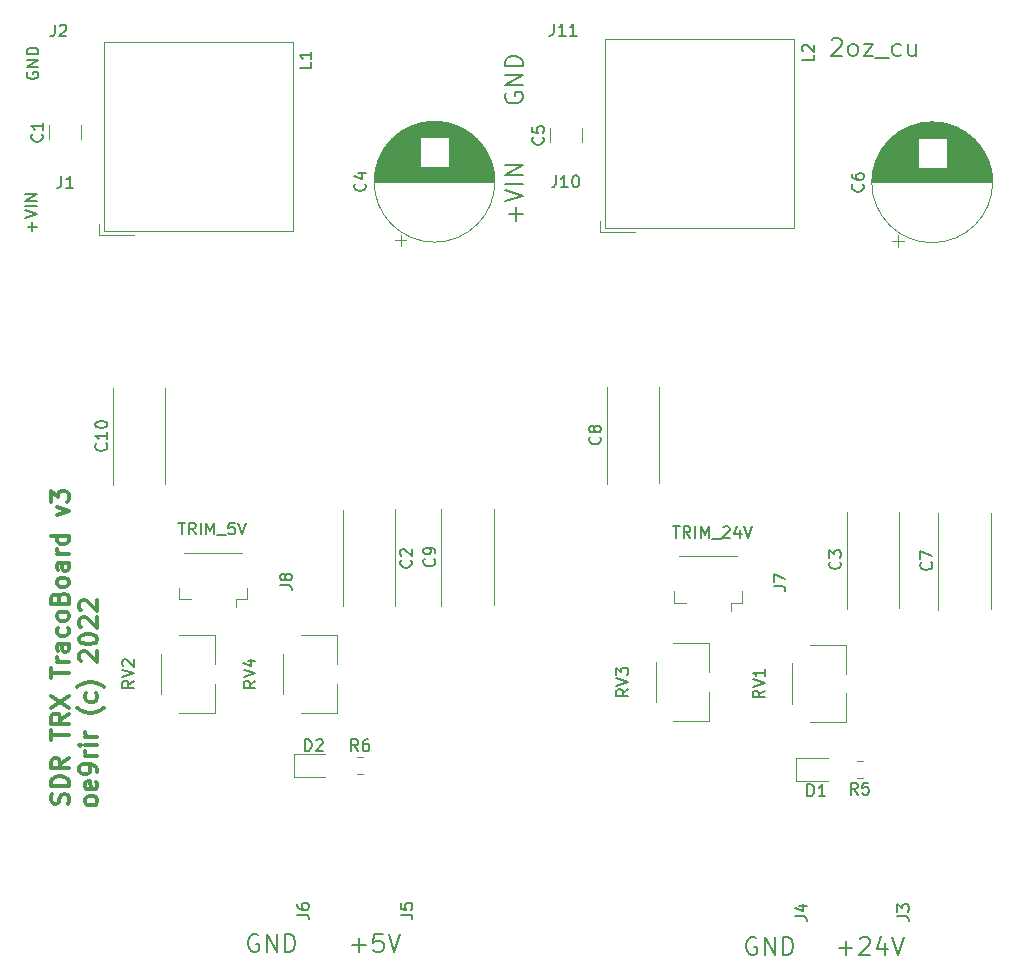
<source format=gto>
G04 #@! TF.GenerationSoftware,KiCad,Pcbnew,5.1.6+dfsg1-1~bpo9+1*
G04 #@! TF.CreationDate,2022-04-04T20:49:37+02:00*
G04 #@! TF.ProjectId,sdrtrx-traco,73647274-7278-42d7-9472-61636f2e6b69,1*
G04 #@! TF.SameCoordinates,Original*
G04 #@! TF.FileFunction,Legend,Top*
G04 #@! TF.FilePolarity,Positive*
%FSLAX46Y46*%
G04 Gerber Fmt 4.6, Leading zero omitted, Abs format (unit mm)*
G04 Created by KiCad (PCBNEW 5.1.6+dfsg1-1~bpo9+1) date 2022-04-04 20:49:37*
%MOMM*%
%LPD*%
G01*
G04 APERTURE LIST*
%ADD10C,0.150000*%
%ADD11C,0.300000*%
%ADD12C,0.120000*%
%ADD13C,2.100000*%
%ADD14R,2.100000X2.100000*%
%ADD15R,2.890000X1.290000*%
%ADD16C,5.180000*%
%ADD17O,2.600000X6.100001*%
%ADD18R,2.600000X6.100000*%
%ADD19O,2.600000X6.100000*%
%ADD20C,6.500000*%
G04 APERTURE END LIST*
D10*
X42144142Y62857357D02*
X42144142Y64000214D01*
X42715571Y63428785D02*
X41572714Y63428785D01*
X41215571Y64500214D02*
X42715571Y65000214D01*
X41215571Y65500214D01*
X42715571Y66000214D02*
X41215571Y66000214D01*
X42715571Y66714500D02*
X41215571Y66714500D01*
X42715571Y67571642D01*
X41215571Y67571642D01*
X41287000Y73660142D02*
X41215571Y73517285D01*
X41215571Y73303000D01*
X41287000Y73088714D01*
X41429857Y72945857D01*
X41572714Y72874428D01*
X41858428Y72803000D01*
X42072714Y72803000D01*
X42358428Y72874428D01*
X42501285Y72945857D01*
X42644142Y73088714D01*
X42715571Y73303000D01*
X42715571Y73445857D01*
X42644142Y73660142D01*
X42572714Y73731571D01*
X42072714Y73731571D01*
X42072714Y73445857D01*
X42715571Y74374428D02*
X41215571Y74374428D01*
X42715571Y75231571D01*
X41215571Y75231571D01*
X42715571Y75945857D02*
X41215571Y75945857D01*
X41215571Y76303000D01*
X41287000Y76517285D01*
X41429857Y76660142D01*
X41572714Y76731571D01*
X41858428Y76803000D01*
X42072714Y76803000D01*
X42358428Y76731571D01*
X42501285Y76660142D01*
X42644142Y76517285D01*
X42715571Y76303000D01*
X42715571Y75945857D01*
X770000Y75438095D02*
X722380Y75342857D01*
X722380Y75200000D01*
X770000Y75057142D01*
X865238Y74961904D01*
X960476Y74914285D01*
X1150952Y74866666D01*
X1293809Y74866666D01*
X1484285Y74914285D01*
X1579523Y74961904D01*
X1674761Y75057142D01*
X1722380Y75200000D01*
X1722380Y75295238D01*
X1674761Y75438095D01*
X1627142Y75485714D01*
X1293809Y75485714D01*
X1293809Y75295238D01*
X1722380Y75914285D02*
X722380Y75914285D01*
X1722380Y76485714D01*
X722380Y76485714D01*
X1722380Y76961904D02*
X722380Y76961904D01*
X722380Y77200000D01*
X770000Y77342857D01*
X865238Y77438095D01*
X960476Y77485714D01*
X1150952Y77533333D01*
X1293809Y77533333D01*
X1484285Y77485714D01*
X1579523Y77438095D01*
X1674761Y77342857D01*
X1722380Y77200000D01*
X1722380Y76961904D01*
X1214428Y61992071D02*
X1214428Y62753976D01*
X1595380Y62373023D02*
X833476Y62373023D01*
X595380Y63087309D02*
X1595380Y63420642D01*
X595380Y63753976D01*
X1595380Y64087309D02*
X595380Y64087309D01*
X1595380Y64563500D02*
X595380Y64563500D01*
X1595380Y65134928D01*
X595380Y65134928D01*
X68871757Y78186671D02*
X68943185Y78258100D01*
X69086042Y78329528D01*
X69443185Y78329528D01*
X69586042Y78258100D01*
X69657471Y78186671D01*
X69728900Y78043814D01*
X69728900Y77900957D01*
X69657471Y77686671D01*
X68800328Y76829528D01*
X69728900Y76829528D01*
X70586042Y76829528D02*
X70443185Y76900957D01*
X70371757Y76972385D01*
X70300328Y77115242D01*
X70300328Y77543814D01*
X70371757Y77686671D01*
X70443185Y77758100D01*
X70586042Y77829528D01*
X70800328Y77829528D01*
X70943185Y77758100D01*
X71014614Y77686671D01*
X71086042Y77543814D01*
X71086042Y77115242D01*
X71014614Y76972385D01*
X70943185Y76900957D01*
X70800328Y76829528D01*
X70586042Y76829528D01*
X71586042Y77829528D02*
X72371757Y77829528D01*
X71586042Y76829528D01*
X72371757Y76829528D01*
X72586042Y76686671D02*
X73728900Y76686671D01*
X74728900Y76900957D02*
X74586042Y76829528D01*
X74300328Y76829528D01*
X74157471Y76900957D01*
X74086042Y76972385D01*
X74014614Y77115242D01*
X74014614Y77543814D01*
X74086042Y77686671D01*
X74157471Y77758100D01*
X74300328Y77829528D01*
X74586042Y77829528D01*
X74728900Y77758100D01*
X76014614Y77829528D02*
X76014614Y76829528D01*
X75371757Y77829528D02*
X75371757Y77043814D01*
X75443185Y76900957D01*
X75586042Y76829528D01*
X75800328Y76829528D01*
X75943185Y76900957D01*
X76014614Y76972385D01*
X55443857Y36996619D02*
X56015285Y36996619D01*
X55729571Y35996619D02*
X55729571Y36996619D01*
X56920047Y35996619D02*
X56586714Y36472809D01*
X56348619Y35996619D02*
X56348619Y36996619D01*
X56729571Y36996619D01*
X56824809Y36949000D01*
X56872428Y36901380D01*
X56920047Y36806142D01*
X56920047Y36663285D01*
X56872428Y36568047D01*
X56824809Y36520428D01*
X56729571Y36472809D01*
X56348619Y36472809D01*
X57348619Y35996619D02*
X57348619Y36996619D01*
X57824809Y35996619D02*
X57824809Y36996619D01*
X58158142Y36282333D01*
X58491476Y36996619D01*
X58491476Y35996619D01*
X58729571Y35901380D02*
X59491476Y35901380D01*
X59681952Y36901380D02*
X59729571Y36949000D01*
X59824809Y36996619D01*
X60062904Y36996619D01*
X60158142Y36949000D01*
X60205761Y36901380D01*
X60253380Y36806142D01*
X60253380Y36710904D01*
X60205761Y36568047D01*
X59634333Y35996619D01*
X60253380Y35996619D01*
X61110523Y36663285D02*
X61110523Y35996619D01*
X60872428Y37044238D02*
X60634333Y36329952D01*
X61253380Y36329952D01*
X61491476Y36996619D02*
X61824809Y35996619D01*
X62158142Y36996619D01*
X13565547Y37314119D02*
X14136976Y37314119D01*
X13851261Y36314119D02*
X13851261Y37314119D01*
X15041738Y36314119D02*
X14708404Y36790309D01*
X14470309Y36314119D02*
X14470309Y37314119D01*
X14851261Y37314119D01*
X14946500Y37266500D01*
X14994119Y37218880D01*
X15041738Y37123642D01*
X15041738Y36980785D01*
X14994119Y36885547D01*
X14946500Y36837928D01*
X14851261Y36790309D01*
X14470309Y36790309D01*
X15470309Y36314119D02*
X15470309Y37314119D01*
X15946500Y36314119D02*
X15946500Y37314119D01*
X16279833Y36599833D01*
X16613166Y37314119D01*
X16613166Y36314119D01*
X16851261Y36218880D02*
X17613166Y36218880D01*
X18327452Y37314119D02*
X17851261Y37314119D01*
X17803642Y36837928D01*
X17851261Y36885547D01*
X17946500Y36933166D01*
X18184595Y36933166D01*
X18279833Y36885547D01*
X18327452Y36837928D01*
X18375071Y36742690D01*
X18375071Y36504595D01*
X18327452Y36409357D01*
X18279833Y36361738D01*
X18184595Y36314119D01*
X17946500Y36314119D01*
X17851261Y36361738D01*
X17803642Y36409357D01*
X18660785Y37314119D02*
X18994119Y36314119D01*
X19327452Y37314119D01*
X69493142Y1289857D02*
X70636000Y1289857D01*
X70064571Y718428D02*
X70064571Y1861285D01*
X71278857Y2075571D02*
X71350285Y2147000D01*
X71493142Y2218428D01*
X71850285Y2218428D01*
X71993142Y2147000D01*
X72064571Y2075571D01*
X72136000Y1932714D01*
X72136000Y1789857D01*
X72064571Y1575571D01*
X71207428Y718428D01*
X72136000Y718428D01*
X73421714Y1718428D02*
X73421714Y718428D01*
X73064571Y2289857D02*
X72707428Y1218428D01*
X73636000Y1218428D01*
X73993142Y2218428D02*
X74493142Y718428D01*
X74993142Y2218428D01*
X62484142Y2147000D02*
X62341285Y2218428D01*
X62127000Y2218428D01*
X61912714Y2147000D01*
X61769857Y2004142D01*
X61698428Y1861285D01*
X61627000Y1575571D01*
X61627000Y1361285D01*
X61698428Y1075571D01*
X61769857Y932714D01*
X61912714Y789857D01*
X62127000Y718428D01*
X62269857Y718428D01*
X62484142Y789857D01*
X62555571Y861285D01*
X62555571Y1361285D01*
X62269857Y1361285D01*
X63198428Y718428D02*
X63198428Y2218428D01*
X64055571Y718428D01*
X64055571Y2218428D01*
X64769857Y718428D02*
X64769857Y2218428D01*
X65127000Y2218428D01*
X65341285Y2147000D01*
X65484142Y2004142D01*
X65555571Y1861285D01*
X65627000Y1575571D01*
X65627000Y1361285D01*
X65555571Y1075571D01*
X65484142Y932714D01*
X65341285Y789857D01*
X65127000Y718428D01*
X64769857Y718428D01*
X20320142Y2401000D02*
X20177285Y2472428D01*
X19963000Y2472428D01*
X19748714Y2401000D01*
X19605857Y2258142D01*
X19534428Y2115285D01*
X19463000Y1829571D01*
X19463000Y1615285D01*
X19534428Y1329571D01*
X19605857Y1186714D01*
X19748714Y1043857D01*
X19963000Y972428D01*
X20105857Y972428D01*
X20320142Y1043857D01*
X20391571Y1115285D01*
X20391571Y1615285D01*
X20105857Y1615285D01*
X21034428Y972428D02*
X21034428Y2472428D01*
X21891571Y972428D01*
X21891571Y2472428D01*
X22605857Y972428D02*
X22605857Y2472428D01*
X22963000Y2472428D01*
X23177285Y2401000D01*
X23320142Y2258142D01*
X23391571Y2115285D01*
X23463000Y1829571D01*
X23463000Y1615285D01*
X23391571Y1329571D01*
X23320142Y1186714D01*
X23177285Y1043857D01*
X22963000Y972428D01*
X22605857Y972428D01*
X28297428Y1543857D02*
X29440285Y1543857D01*
X28868857Y972428D02*
X28868857Y2115285D01*
X30868857Y2472428D02*
X30154571Y2472428D01*
X30083142Y1758142D01*
X30154571Y1829571D01*
X30297428Y1901000D01*
X30654571Y1901000D01*
X30797428Y1829571D01*
X30868857Y1758142D01*
X30940285Y1615285D01*
X30940285Y1258142D01*
X30868857Y1115285D01*
X30797428Y1043857D01*
X30654571Y972428D01*
X30297428Y972428D01*
X30154571Y1043857D01*
X30083142Y1115285D01*
X31368857Y2472428D02*
X31868857Y972428D01*
X32368857Y2472428D01*
D11*
X4213942Y13496199D02*
X4285371Y13710485D01*
X4285371Y14067628D01*
X4213942Y14210485D01*
X4142514Y14281914D01*
X3999657Y14353342D01*
X3856799Y14353342D01*
X3713942Y14281914D01*
X3642514Y14210485D01*
X3571085Y14067628D01*
X3499657Y13781914D01*
X3428228Y13639057D01*
X3356799Y13567628D01*
X3213942Y13496199D01*
X3071085Y13496199D01*
X2928228Y13567628D01*
X2856799Y13639057D01*
X2785371Y13781914D01*
X2785371Y14139057D01*
X2856799Y14353342D01*
X4285371Y14996199D02*
X2785371Y14996199D01*
X2785371Y15353342D01*
X2856799Y15567628D01*
X2999657Y15710485D01*
X3142514Y15781914D01*
X3428228Y15853342D01*
X3642514Y15853342D01*
X3928228Y15781914D01*
X4071085Y15710485D01*
X4213942Y15567628D01*
X4285371Y15353342D01*
X4285371Y14996199D01*
X4285371Y17353342D02*
X3571085Y16853342D01*
X4285371Y16496199D02*
X2785371Y16496199D01*
X2785371Y17067628D01*
X2856799Y17210485D01*
X2928228Y17281914D01*
X3071085Y17353342D01*
X3285371Y17353342D01*
X3428228Y17281914D01*
X3499657Y17210485D01*
X3571085Y17067628D01*
X3571085Y16496199D01*
X2785371Y18924771D02*
X2785371Y19781914D01*
X4285371Y19353342D02*
X2785371Y19353342D01*
X4285371Y21139057D02*
X3571085Y20639057D01*
X4285371Y20281914D02*
X2785371Y20281914D01*
X2785371Y20853342D01*
X2856799Y20996199D01*
X2928228Y21067628D01*
X3071085Y21139057D01*
X3285371Y21139057D01*
X3428228Y21067628D01*
X3499657Y20996199D01*
X3571085Y20853342D01*
X3571085Y20281914D01*
X2785371Y21639057D02*
X4285371Y22639057D01*
X2785371Y22639057D02*
X4285371Y21639057D01*
X2785371Y24139057D02*
X2785371Y24996199D01*
X4285371Y24567628D02*
X2785371Y24567628D01*
X4285371Y25496199D02*
X3285371Y25496199D01*
X3571085Y25496199D02*
X3428228Y25567628D01*
X3356800Y25639057D01*
X3285371Y25781914D01*
X3285371Y25924771D01*
X4285371Y27067628D02*
X3499657Y27067628D01*
X3356800Y26996199D01*
X3285371Y26853342D01*
X3285371Y26567628D01*
X3356800Y26424771D01*
X4213942Y27067628D02*
X4285371Y26924771D01*
X4285371Y26567628D01*
X4213942Y26424771D01*
X4071085Y26353342D01*
X3928228Y26353342D01*
X3785371Y26424771D01*
X3713942Y26567628D01*
X3713942Y26924771D01*
X3642514Y27067628D01*
X4213942Y28424771D02*
X4285371Y28281914D01*
X4285371Y27996199D01*
X4213942Y27853342D01*
X4142514Y27781914D01*
X3999657Y27710485D01*
X3571085Y27710485D01*
X3428228Y27781914D01*
X3356800Y27853342D01*
X3285371Y27996199D01*
X3285371Y28281914D01*
X3356800Y28424771D01*
X4285371Y29281914D02*
X4213942Y29139057D01*
X4142514Y29067628D01*
X3999657Y28996199D01*
X3571085Y28996199D01*
X3428228Y29067628D01*
X3356800Y29139057D01*
X3285371Y29281914D01*
X3285371Y29496199D01*
X3356800Y29639057D01*
X3428228Y29710485D01*
X3571085Y29781914D01*
X3999657Y29781914D01*
X4142514Y29710485D01*
X4213942Y29639057D01*
X4285371Y29496199D01*
X4285371Y29281914D01*
X3499657Y30924771D02*
X3571085Y31139057D01*
X3642514Y31210485D01*
X3785371Y31281914D01*
X3999657Y31281914D01*
X4142514Y31210485D01*
X4213942Y31139057D01*
X4285371Y30996199D01*
X4285371Y30424771D01*
X2785371Y30424771D01*
X2785371Y30924771D01*
X2856800Y31067628D01*
X2928228Y31139057D01*
X3071085Y31210485D01*
X3213942Y31210485D01*
X3356800Y31139057D01*
X3428228Y31067628D01*
X3499657Y30924771D01*
X3499657Y30424771D01*
X4285371Y32139057D02*
X4213942Y31996199D01*
X4142514Y31924771D01*
X3999657Y31853342D01*
X3571085Y31853342D01*
X3428228Y31924771D01*
X3356800Y31996199D01*
X3285371Y32139057D01*
X3285371Y32353342D01*
X3356800Y32496199D01*
X3428228Y32567628D01*
X3571085Y32639057D01*
X3999657Y32639057D01*
X4142514Y32567628D01*
X4213942Y32496199D01*
X4285371Y32353342D01*
X4285371Y32139057D01*
X4285371Y33924771D02*
X3499657Y33924771D01*
X3356800Y33853342D01*
X3285371Y33710485D01*
X3285371Y33424771D01*
X3356800Y33281914D01*
X4213942Y33924771D02*
X4285371Y33781914D01*
X4285371Y33424771D01*
X4213942Y33281914D01*
X4071085Y33210485D01*
X3928228Y33210485D01*
X3785371Y33281914D01*
X3713942Y33424771D01*
X3713942Y33781914D01*
X3642514Y33924771D01*
X4285371Y34639057D02*
X3285371Y34639057D01*
X3571085Y34639057D02*
X3428228Y34710485D01*
X3356800Y34781914D01*
X3285371Y34924771D01*
X3285371Y35067628D01*
X4285371Y36210485D02*
X2785371Y36210485D01*
X4213942Y36210485D02*
X4285371Y36067628D01*
X4285371Y35781914D01*
X4213942Y35639057D01*
X4142514Y35567628D01*
X3999657Y35496200D01*
X3571085Y35496200D01*
X3428228Y35567628D01*
X3356800Y35639057D01*
X3285371Y35781914D01*
X3285371Y36067628D01*
X3356800Y36210485D01*
X3285371Y37924771D02*
X4285371Y38281914D01*
X3285371Y38639057D01*
X2785371Y39067628D02*
X2785371Y39996199D01*
X3356800Y39496199D01*
X3356800Y39710485D01*
X3428228Y39853342D01*
X3499657Y39924771D01*
X3642514Y39996199D01*
X3999657Y39996199D01*
X4142514Y39924771D01*
X4213942Y39853342D01*
X4285371Y39710485D01*
X4285371Y39281914D01*
X4213942Y39139057D01*
X4142514Y39067628D01*
X6698371Y13654342D02*
X6626942Y13511485D01*
X6555514Y13440057D01*
X6412657Y13368628D01*
X5984085Y13368628D01*
X5841228Y13440057D01*
X5769799Y13511485D01*
X5698371Y13654342D01*
X5698371Y13868628D01*
X5769799Y14011485D01*
X5841228Y14082914D01*
X5984085Y14154342D01*
X6412657Y14154342D01*
X6555514Y14082914D01*
X6626942Y14011485D01*
X6698371Y13868628D01*
X6698371Y13654342D01*
X6626942Y15368628D02*
X6698371Y15225771D01*
X6698371Y14940057D01*
X6626942Y14797200D01*
X6484085Y14725771D01*
X5912657Y14725771D01*
X5769800Y14797200D01*
X5698371Y14940057D01*
X5698371Y15225771D01*
X5769800Y15368628D01*
X5912657Y15440057D01*
X6055514Y15440057D01*
X6198371Y14725771D01*
X6698371Y16154342D02*
X6698371Y16440057D01*
X6626942Y16582914D01*
X6555514Y16654342D01*
X6341228Y16797200D01*
X6055514Y16868628D01*
X5484085Y16868628D01*
X5341228Y16797200D01*
X5269800Y16725771D01*
X5198371Y16582914D01*
X5198371Y16297200D01*
X5269800Y16154342D01*
X5341228Y16082914D01*
X5484085Y16011485D01*
X5841228Y16011485D01*
X5984085Y16082914D01*
X6055514Y16154342D01*
X6126942Y16297200D01*
X6126942Y16582914D01*
X6055514Y16725771D01*
X5984085Y16797200D01*
X5841228Y16868628D01*
X6698371Y17511485D02*
X5698371Y17511485D01*
X5984085Y17511485D02*
X5841228Y17582914D01*
X5769800Y17654342D01*
X5698371Y17797200D01*
X5698371Y17940057D01*
X6698371Y18440057D02*
X5698371Y18440057D01*
X5198371Y18440057D02*
X5269800Y18368628D01*
X5341228Y18440057D01*
X5269800Y18511485D01*
X5198371Y18440057D01*
X5341228Y18440057D01*
X6698371Y19154342D02*
X5698371Y19154342D01*
X5984085Y19154342D02*
X5841228Y19225771D01*
X5769800Y19297200D01*
X5698371Y19440057D01*
X5698371Y19582914D01*
X7269800Y21654342D02*
X7198371Y21582914D01*
X6984085Y21440057D01*
X6841228Y21368628D01*
X6626942Y21297200D01*
X6269800Y21225771D01*
X5984085Y21225771D01*
X5626942Y21297200D01*
X5412657Y21368628D01*
X5269800Y21440057D01*
X5055514Y21582914D01*
X4984085Y21654342D01*
X6626942Y22868628D02*
X6698371Y22725771D01*
X6698371Y22440057D01*
X6626942Y22297200D01*
X6555514Y22225771D01*
X6412657Y22154342D01*
X5984085Y22154342D01*
X5841228Y22225771D01*
X5769800Y22297200D01*
X5698371Y22440057D01*
X5698371Y22725771D01*
X5769800Y22868628D01*
X7269800Y23368628D02*
X7198371Y23440057D01*
X6984085Y23582914D01*
X6841228Y23654342D01*
X6626942Y23725771D01*
X6269800Y23797200D01*
X5984085Y23797200D01*
X5626942Y23725771D01*
X5412657Y23654342D01*
X5269800Y23582914D01*
X5055514Y23440057D01*
X4984085Y23368628D01*
X5341228Y25582914D02*
X5269800Y25654342D01*
X5198371Y25797200D01*
X5198371Y26154342D01*
X5269800Y26297200D01*
X5341228Y26368628D01*
X5484085Y26440057D01*
X5626942Y26440057D01*
X5841228Y26368628D01*
X6698371Y25511485D01*
X6698371Y26440057D01*
X5198371Y27368628D02*
X5198371Y27511485D01*
X5269800Y27654342D01*
X5341228Y27725771D01*
X5484085Y27797200D01*
X5769800Y27868628D01*
X6126942Y27868628D01*
X6412657Y27797200D01*
X6555514Y27725771D01*
X6626942Y27654342D01*
X6698371Y27511485D01*
X6698371Y27368628D01*
X6626942Y27225771D01*
X6555514Y27154342D01*
X6412657Y27082914D01*
X6126942Y27011485D01*
X5769800Y27011485D01*
X5484085Y27082914D01*
X5341228Y27154342D01*
X5269800Y27225771D01*
X5198371Y27368628D01*
X5341228Y28440057D02*
X5269800Y28511485D01*
X5198371Y28654342D01*
X5198371Y29011485D01*
X5269800Y29154342D01*
X5341228Y29225771D01*
X5484085Y29297200D01*
X5626942Y29297200D01*
X5841228Y29225771D01*
X6698371Y28368628D01*
X6698371Y29297200D01*
X5341228Y29868628D02*
X5269800Y29940057D01*
X5198371Y30082914D01*
X5198371Y30440057D01*
X5269800Y30582914D01*
X5341228Y30654342D01*
X5484085Y30725771D01*
X5626942Y30725771D01*
X5841228Y30654342D01*
X6698371Y29797200D01*
X6698371Y30725771D01*
D12*
X8051600Y40462200D02*
X8051600Y48717200D01*
X12471600Y40589200D02*
X12471600Y48717200D01*
X35839200Y30213300D02*
X35839200Y38468300D01*
X40259200Y30340300D02*
X40259200Y38468300D01*
X49872700Y40551100D02*
X49872700Y48806100D01*
X54292700Y40678100D02*
X54292700Y48806100D01*
X77914300Y29908500D02*
X77914300Y38163500D01*
X82334300Y30035500D02*
X82334300Y38163500D01*
X70180000Y29972000D02*
X70180000Y38227000D01*
X74600000Y30099000D02*
X74600000Y38227000D01*
X31928000Y38481000D02*
X31928000Y30226000D01*
X27508000Y38354000D02*
X27508000Y30226000D01*
X74018800Y61147354D02*
X75018800Y61147354D01*
X74518800Y60647354D02*
X74518800Y61647354D01*
X76794800Y71208000D02*
X77992800Y71208000D01*
X76531800Y71168000D02*
X78255800Y71168000D01*
X76331800Y71128000D02*
X78455800Y71128000D01*
X76163800Y71088000D02*
X78623800Y71088000D01*
X76015800Y71048000D02*
X78771800Y71048000D01*
X75883800Y71008000D02*
X78903800Y71008000D01*
X75763800Y70968000D02*
X79023800Y70968000D01*
X75651800Y70928000D02*
X79135800Y70928000D01*
X75547800Y70888000D02*
X79239800Y70888000D01*
X75449800Y70848000D02*
X79337800Y70848000D01*
X75356800Y70808000D02*
X79430800Y70808000D01*
X75268800Y70768000D02*
X79518800Y70768000D01*
X75184800Y70728000D02*
X79602800Y70728000D01*
X75104800Y70688000D02*
X79682800Y70688000D01*
X75028800Y70648000D02*
X79758800Y70648000D01*
X74954800Y70608000D02*
X79832800Y70608000D01*
X74883800Y70568000D02*
X79903800Y70568000D01*
X74814800Y70528000D02*
X79972800Y70528000D01*
X74748800Y70488000D02*
X80038800Y70488000D01*
X74684800Y70448000D02*
X80102800Y70448000D01*
X74623800Y70408000D02*
X80163800Y70408000D01*
X74563800Y70368000D02*
X80223800Y70368000D01*
X74504800Y70328000D02*
X80282800Y70328000D01*
X74448800Y70288000D02*
X80338800Y70288000D01*
X74393800Y70248000D02*
X80393800Y70248000D01*
X74339800Y70208000D02*
X80447800Y70208000D01*
X74287800Y70168000D02*
X80499800Y70168000D01*
X74237800Y70128000D02*
X80549800Y70128000D01*
X74187800Y70088000D02*
X80599800Y70088000D01*
X74139800Y70048000D02*
X80647800Y70048000D01*
X74092800Y70008000D02*
X80694800Y70008000D01*
X74046800Y69968000D02*
X80740800Y69968000D01*
X74001800Y69928000D02*
X80785800Y69928000D01*
X73957800Y69888000D02*
X80829800Y69888000D01*
X78634800Y69848000D02*
X80871800Y69848000D01*
X73915800Y69848000D02*
X76152800Y69848000D01*
X78634800Y69808000D02*
X80913800Y69808000D01*
X73873800Y69808000D02*
X76152800Y69808000D01*
X78634800Y69768000D02*
X80954800Y69768000D01*
X73832800Y69768000D02*
X76152800Y69768000D01*
X78634800Y69728000D02*
X80994800Y69728000D01*
X73792800Y69728000D02*
X76152800Y69728000D01*
X78634800Y69688000D02*
X81033800Y69688000D01*
X73753800Y69688000D02*
X76152800Y69688000D01*
X78634800Y69648000D02*
X81072800Y69648000D01*
X73714800Y69648000D02*
X76152800Y69648000D01*
X78634800Y69608000D02*
X81109800Y69608000D01*
X73677800Y69608000D02*
X76152800Y69608000D01*
X78634800Y69568000D02*
X81146800Y69568000D01*
X73640800Y69568000D02*
X76152800Y69568000D01*
X78634800Y69528000D02*
X81182800Y69528000D01*
X73604800Y69528000D02*
X76152800Y69528000D01*
X78634800Y69488000D02*
X81217800Y69488000D01*
X73569800Y69488000D02*
X76152800Y69488000D01*
X78634800Y69448000D02*
X81251800Y69448000D01*
X73535800Y69448000D02*
X76152800Y69448000D01*
X78634800Y69408000D02*
X81285800Y69408000D01*
X73501800Y69408000D02*
X76152800Y69408000D01*
X78634800Y69368000D02*
X81318800Y69368000D01*
X73468800Y69368000D02*
X76152800Y69368000D01*
X78634800Y69328000D02*
X81350800Y69328000D01*
X73436800Y69328000D02*
X76152800Y69328000D01*
X78634800Y69288000D02*
X81382800Y69288000D01*
X73404800Y69288000D02*
X76152800Y69288000D01*
X78634800Y69248000D02*
X81413800Y69248000D01*
X73373800Y69248000D02*
X76152800Y69248000D01*
X78634800Y69208000D02*
X81443800Y69208000D01*
X73343800Y69208000D02*
X76152800Y69208000D01*
X78634800Y69168000D02*
X81473800Y69168000D01*
X73313800Y69168000D02*
X76152800Y69168000D01*
X78634800Y69128000D02*
X81503800Y69128000D01*
X73283800Y69128000D02*
X76152800Y69128000D01*
X78634800Y69088000D02*
X81531800Y69088000D01*
X73255800Y69088000D02*
X76152800Y69088000D01*
X78634800Y69048000D02*
X81559800Y69048000D01*
X73227800Y69048000D02*
X76152800Y69048000D01*
X78634800Y69008000D02*
X81587800Y69008000D01*
X73199800Y69008000D02*
X76152800Y69008000D01*
X78634800Y68968000D02*
X81614800Y68968000D01*
X73172800Y68968000D02*
X76152800Y68968000D01*
X78634800Y68928000D02*
X81640800Y68928000D01*
X73146800Y68928000D02*
X76152800Y68928000D01*
X78634800Y68888000D02*
X81666800Y68888000D01*
X73120800Y68888000D02*
X76152800Y68888000D01*
X78634800Y68848000D02*
X81691800Y68848000D01*
X73095800Y68848000D02*
X76152800Y68848000D01*
X78634800Y68808000D02*
X81716800Y68808000D01*
X73070800Y68808000D02*
X76152800Y68808000D01*
X78634800Y68768000D02*
X81740800Y68768000D01*
X73046800Y68768000D02*
X76152800Y68768000D01*
X78634800Y68728000D02*
X81764800Y68728000D01*
X73022800Y68728000D02*
X76152800Y68728000D01*
X78634800Y68688000D02*
X81788800Y68688000D01*
X72998800Y68688000D02*
X76152800Y68688000D01*
X78634800Y68648000D02*
X81810800Y68648000D01*
X72976800Y68648000D02*
X76152800Y68648000D01*
X78634800Y68608000D02*
X81833800Y68608000D01*
X72953800Y68608000D02*
X76152800Y68608000D01*
X78634800Y68568000D02*
X81855800Y68568000D01*
X72931800Y68568000D02*
X76152800Y68568000D01*
X78634800Y68528000D02*
X81876800Y68528000D01*
X72910800Y68528000D02*
X76152800Y68528000D01*
X78634800Y68488000D02*
X81897800Y68488000D01*
X72889800Y68488000D02*
X76152800Y68488000D01*
X78634800Y68448000D02*
X81918800Y68448000D01*
X72868800Y68448000D02*
X76152800Y68448000D01*
X78634800Y68408000D02*
X81938800Y68408000D01*
X72848800Y68408000D02*
X76152800Y68408000D01*
X78634800Y68368000D02*
X81957800Y68368000D01*
X72829800Y68368000D02*
X76152800Y68368000D01*
X78634800Y68328000D02*
X81977800Y68328000D01*
X72809800Y68328000D02*
X76152800Y68328000D01*
X78634800Y68288000D02*
X81996800Y68288000D01*
X72790800Y68288000D02*
X76152800Y68288000D01*
X78634800Y68248000D02*
X82014800Y68248000D01*
X72772800Y68248000D02*
X76152800Y68248000D01*
X78634800Y68208000D02*
X82032800Y68208000D01*
X72754800Y68208000D02*
X76152800Y68208000D01*
X78634800Y68168000D02*
X82050800Y68168000D01*
X72736800Y68168000D02*
X76152800Y68168000D01*
X78634800Y68128000D02*
X82067800Y68128000D01*
X72719800Y68128000D02*
X76152800Y68128000D01*
X78634800Y68088000D02*
X82083800Y68088000D01*
X72703800Y68088000D02*
X76152800Y68088000D01*
X78634800Y68048000D02*
X82100800Y68048000D01*
X72686800Y68048000D02*
X76152800Y68048000D01*
X78634800Y68008000D02*
X82116800Y68008000D01*
X72670800Y68008000D02*
X76152800Y68008000D01*
X78634800Y67968000D02*
X82131800Y67968000D01*
X72655800Y67968000D02*
X76152800Y67968000D01*
X78634800Y67928000D02*
X82147800Y67928000D01*
X72639800Y67928000D02*
X76152800Y67928000D01*
X78634800Y67888000D02*
X82161800Y67888000D01*
X72625800Y67888000D02*
X76152800Y67888000D01*
X78634800Y67848000D02*
X82176800Y67848000D01*
X72610800Y67848000D02*
X76152800Y67848000D01*
X78634800Y67808000D02*
X82190800Y67808000D01*
X72596800Y67808000D02*
X76152800Y67808000D01*
X78634800Y67768000D02*
X82204800Y67768000D01*
X72582800Y67768000D02*
X76152800Y67768000D01*
X78634800Y67728000D02*
X82217800Y67728000D01*
X72569800Y67728000D02*
X76152800Y67728000D01*
X78634800Y67688000D02*
X82230800Y67688000D01*
X72556800Y67688000D02*
X76152800Y67688000D01*
X78634800Y67648000D02*
X82243800Y67648000D01*
X72543800Y67648000D02*
X76152800Y67648000D01*
X78634800Y67608000D02*
X82255800Y67608000D01*
X72531800Y67608000D02*
X76152800Y67608000D01*
X78634800Y67568000D02*
X82267800Y67568000D01*
X72519800Y67568000D02*
X76152800Y67568000D01*
X78634800Y67528000D02*
X82278800Y67528000D01*
X72508800Y67528000D02*
X76152800Y67528000D01*
X78634800Y67488000D02*
X82290800Y67488000D01*
X72496800Y67488000D02*
X76152800Y67488000D01*
X78634800Y67448000D02*
X82300800Y67448000D01*
X72486800Y67448000D02*
X76152800Y67448000D01*
X78634800Y67408000D02*
X82311800Y67408000D01*
X72475800Y67408000D02*
X76152800Y67408000D01*
X72465800Y67368000D02*
X82321800Y67368000D01*
X72455800Y67328000D02*
X82331800Y67328000D01*
X72446800Y67288000D02*
X82340800Y67288000D01*
X72437800Y67248000D02*
X82349800Y67248000D01*
X72428800Y67208000D02*
X82358800Y67208000D01*
X72419800Y67168000D02*
X82367800Y67168000D01*
X72411800Y67128000D02*
X82375800Y67128000D01*
X72403800Y67088000D02*
X82383800Y67088000D01*
X72396800Y67048000D02*
X82390800Y67048000D01*
X72389800Y67008000D02*
X82397800Y67008000D01*
X72382800Y66968000D02*
X82404800Y66968000D01*
X72375800Y66928000D02*
X82411800Y66928000D01*
X72369800Y66888000D02*
X82417800Y66888000D01*
X72363800Y66848000D02*
X82423800Y66848000D01*
X72358800Y66807000D02*
X82428800Y66807000D01*
X72353800Y66767000D02*
X82433800Y66767000D01*
X72348800Y66727000D02*
X82438800Y66727000D01*
X72343800Y66687000D02*
X82443800Y66687000D01*
X72339800Y66647000D02*
X82447800Y66647000D01*
X72335800Y66607000D02*
X82451800Y66607000D01*
X72331800Y66567000D02*
X82455800Y66567000D01*
X72328800Y66527000D02*
X82458800Y66527000D01*
X72325800Y66487000D02*
X82461800Y66487000D01*
X72323800Y66447000D02*
X82463800Y66447000D01*
X72320800Y66407000D02*
X82466800Y66407000D01*
X72318800Y66367000D02*
X82468800Y66367000D01*
X72316800Y66327000D02*
X82470800Y66327000D01*
X72315800Y66287000D02*
X82471800Y66287000D01*
X72314800Y66247000D02*
X82472800Y66247000D01*
X72313800Y66207000D02*
X82473800Y66207000D01*
X72313800Y66167000D02*
X82473800Y66167000D01*
X72313800Y66127000D02*
X82473800Y66127000D01*
X82513800Y66127000D02*
G75*
G03*
X82513800Y66127000I-5120000J0D01*
G01*
X31880200Y61198154D02*
X32880200Y61198154D01*
X32380200Y60698154D02*
X32380200Y61698154D01*
X34656200Y71258800D02*
X35854200Y71258800D01*
X34393200Y71218800D02*
X36117200Y71218800D01*
X34193200Y71178800D02*
X36317200Y71178800D01*
X34025200Y71138800D02*
X36485200Y71138800D01*
X33877200Y71098800D02*
X36633200Y71098800D01*
X33745200Y71058800D02*
X36765200Y71058800D01*
X33625200Y71018800D02*
X36885200Y71018800D01*
X33513200Y70978800D02*
X36997200Y70978800D01*
X33409200Y70938800D02*
X37101200Y70938800D01*
X33311200Y70898800D02*
X37199200Y70898800D01*
X33218200Y70858800D02*
X37292200Y70858800D01*
X33130200Y70818800D02*
X37380200Y70818800D01*
X33046200Y70778800D02*
X37464200Y70778800D01*
X32966200Y70738800D02*
X37544200Y70738800D01*
X32890200Y70698800D02*
X37620200Y70698800D01*
X32816200Y70658800D02*
X37694200Y70658800D01*
X32745200Y70618800D02*
X37765200Y70618800D01*
X32676200Y70578800D02*
X37834200Y70578800D01*
X32610200Y70538800D02*
X37900200Y70538800D01*
X32546200Y70498800D02*
X37964200Y70498800D01*
X32485200Y70458800D02*
X38025200Y70458800D01*
X32425200Y70418800D02*
X38085200Y70418800D01*
X32366200Y70378800D02*
X38144200Y70378800D01*
X32310200Y70338800D02*
X38200200Y70338800D01*
X32255200Y70298800D02*
X38255200Y70298800D01*
X32201200Y70258800D02*
X38309200Y70258800D01*
X32149200Y70218800D02*
X38361200Y70218800D01*
X32099200Y70178800D02*
X38411200Y70178800D01*
X32049200Y70138800D02*
X38461200Y70138800D01*
X32001200Y70098800D02*
X38509200Y70098800D01*
X31954200Y70058800D02*
X38556200Y70058800D01*
X31908200Y70018800D02*
X38602200Y70018800D01*
X31863200Y69978800D02*
X38647200Y69978800D01*
X31819200Y69938800D02*
X38691200Y69938800D01*
X36496200Y69898800D02*
X38733200Y69898800D01*
X31777200Y69898800D02*
X34014200Y69898800D01*
X36496200Y69858800D02*
X38775200Y69858800D01*
X31735200Y69858800D02*
X34014200Y69858800D01*
X36496200Y69818800D02*
X38816200Y69818800D01*
X31694200Y69818800D02*
X34014200Y69818800D01*
X36496200Y69778800D02*
X38856200Y69778800D01*
X31654200Y69778800D02*
X34014200Y69778800D01*
X36496200Y69738800D02*
X38895200Y69738800D01*
X31615200Y69738800D02*
X34014200Y69738800D01*
X36496200Y69698800D02*
X38934200Y69698800D01*
X31576200Y69698800D02*
X34014200Y69698800D01*
X36496200Y69658800D02*
X38971200Y69658800D01*
X31539200Y69658800D02*
X34014200Y69658800D01*
X36496200Y69618800D02*
X39008200Y69618800D01*
X31502200Y69618800D02*
X34014200Y69618800D01*
X36496200Y69578800D02*
X39044200Y69578800D01*
X31466200Y69578800D02*
X34014200Y69578800D01*
X36496200Y69538800D02*
X39079200Y69538800D01*
X31431200Y69538800D02*
X34014200Y69538800D01*
X36496200Y69498800D02*
X39113200Y69498800D01*
X31397200Y69498800D02*
X34014200Y69498800D01*
X36496200Y69458800D02*
X39147200Y69458800D01*
X31363200Y69458800D02*
X34014200Y69458800D01*
X36496200Y69418800D02*
X39180200Y69418800D01*
X31330200Y69418800D02*
X34014200Y69418800D01*
X36496200Y69378800D02*
X39212200Y69378800D01*
X31298200Y69378800D02*
X34014200Y69378800D01*
X36496200Y69338800D02*
X39244200Y69338800D01*
X31266200Y69338800D02*
X34014200Y69338800D01*
X36496200Y69298800D02*
X39275200Y69298800D01*
X31235200Y69298800D02*
X34014200Y69298800D01*
X36496200Y69258800D02*
X39305200Y69258800D01*
X31205200Y69258800D02*
X34014200Y69258800D01*
X36496200Y69218800D02*
X39335200Y69218800D01*
X31175200Y69218800D02*
X34014200Y69218800D01*
X36496200Y69178800D02*
X39365200Y69178800D01*
X31145200Y69178800D02*
X34014200Y69178800D01*
X36496200Y69138800D02*
X39393200Y69138800D01*
X31117200Y69138800D02*
X34014200Y69138800D01*
X36496200Y69098800D02*
X39421200Y69098800D01*
X31089200Y69098800D02*
X34014200Y69098800D01*
X36496200Y69058800D02*
X39449200Y69058800D01*
X31061200Y69058800D02*
X34014200Y69058800D01*
X36496200Y69018800D02*
X39476200Y69018800D01*
X31034200Y69018800D02*
X34014200Y69018800D01*
X36496200Y68978800D02*
X39502200Y68978800D01*
X31008200Y68978800D02*
X34014200Y68978800D01*
X36496200Y68938800D02*
X39528200Y68938800D01*
X30982200Y68938800D02*
X34014200Y68938800D01*
X36496200Y68898800D02*
X39553200Y68898800D01*
X30957200Y68898800D02*
X34014200Y68898800D01*
X36496200Y68858800D02*
X39578200Y68858800D01*
X30932200Y68858800D02*
X34014200Y68858800D01*
X36496200Y68818800D02*
X39602200Y68818800D01*
X30908200Y68818800D02*
X34014200Y68818800D01*
X36496200Y68778800D02*
X39626200Y68778800D01*
X30884200Y68778800D02*
X34014200Y68778800D01*
X36496200Y68738800D02*
X39650200Y68738800D01*
X30860200Y68738800D02*
X34014200Y68738800D01*
X36496200Y68698800D02*
X39672200Y68698800D01*
X30838200Y68698800D02*
X34014200Y68698800D01*
X36496200Y68658800D02*
X39695200Y68658800D01*
X30815200Y68658800D02*
X34014200Y68658800D01*
X36496200Y68618800D02*
X39717200Y68618800D01*
X30793200Y68618800D02*
X34014200Y68618800D01*
X36496200Y68578800D02*
X39738200Y68578800D01*
X30772200Y68578800D02*
X34014200Y68578800D01*
X36496200Y68538800D02*
X39759200Y68538800D01*
X30751200Y68538800D02*
X34014200Y68538800D01*
X36496200Y68498800D02*
X39780200Y68498800D01*
X30730200Y68498800D02*
X34014200Y68498800D01*
X36496200Y68458800D02*
X39800200Y68458800D01*
X30710200Y68458800D02*
X34014200Y68458800D01*
X36496200Y68418800D02*
X39819200Y68418800D01*
X30691200Y68418800D02*
X34014200Y68418800D01*
X36496200Y68378800D02*
X39839200Y68378800D01*
X30671200Y68378800D02*
X34014200Y68378800D01*
X36496200Y68338800D02*
X39858200Y68338800D01*
X30652200Y68338800D02*
X34014200Y68338800D01*
X36496200Y68298800D02*
X39876200Y68298800D01*
X30634200Y68298800D02*
X34014200Y68298800D01*
X36496200Y68258800D02*
X39894200Y68258800D01*
X30616200Y68258800D02*
X34014200Y68258800D01*
X36496200Y68218800D02*
X39912200Y68218800D01*
X30598200Y68218800D02*
X34014200Y68218800D01*
X36496200Y68178800D02*
X39929200Y68178800D01*
X30581200Y68178800D02*
X34014200Y68178800D01*
X36496200Y68138800D02*
X39945200Y68138800D01*
X30565200Y68138800D02*
X34014200Y68138800D01*
X36496200Y68098800D02*
X39962200Y68098800D01*
X30548200Y68098800D02*
X34014200Y68098800D01*
X36496200Y68058800D02*
X39978200Y68058800D01*
X30532200Y68058800D02*
X34014200Y68058800D01*
X36496200Y68018800D02*
X39993200Y68018800D01*
X30517200Y68018800D02*
X34014200Y68018800D01*
X36496200Y67978800D02*
X40009200Y67978800D01*
X30501200Y67978800D02*
X34014200Y67978800D01*
X36496200Y67938800D02*
X40023200Y67938800D01*
X30487200Y67938800D02*
X34014200Y67938800D01*
X36496200Y67898800D02*
X40038200Y67898800D01*
X30472200Y67898800D02*
X34014200Y67898800D01*
X36496200Y67858800D02*
X40052200Y67858800D01*
X30458200Y67858800D02*
X34014200Y67858800D01*
X36496200Y67818800D02*
X40066200Y67818800D01*
X30444200Y67818800D02*
X34014200Y67818800D01*
X36496200Y67778800D02*
X40079200Y67778800D01*
X30431200Y67778800D02*
X34014200Y67778800D01*
X36496200Y67738800D02*
X40092200Y67738800D01*
X30418200Y67738800D02*
X34014200Y67738800D01*
X36496200Y67698800D02*
X40105200Y67698800D01*
X30405200Y67698800D02*
X34014200Y67698800D01*
X36496200Y67658800D02*
X40117200Y67658800D01*
X30393200Y67658800D02*
X34014200Y67658800D01*
X36496200Y67618800D02*
X40129200Y67618800D01*
X30381200Y67618800D02*
X34014200Y67618800D01*
X36496200Y67578800D02*
X40140200Y67578800D01*
X30370200Y67578800D02*
X34014200Y67578800D01*
X36496200Y67538800D02*
X40152200Y67538800D01*
X30358200Y67538800D02*
X34014200Y67538800D01*
X36496200Y67498800D02*
X40162200Y67498800D01*
X30348200Y67498800D02*
X34014200Y67498800D01*
X36496200Y67458800D02*
X40173200Y67458800D01*
X30337200Y67458800D02*
X34014200Y67458800D01*
X30327200Y67418800D02*
X40183200Y67418800D01*
X30317200Y67378800D02*
X40193200Y67378800D01*
X30308200Y67338800D02*
X40202200Y67338800D01*
X30299200Y67298800D02*
X40211200Y67298800D01*
X30290200Y67258800D02*
X40220200Y67258800D01*
X30281200Y67218800D02*
X40229200Y67218800D01*
X30273200Y67178800D02*
X40237200Y67178800D01*
X30265200Y67138800D02*
X40245200Y67138800D01*
X30258200Y67098800D02*
X40252200Y67098800D01*
X30251200Y67058800D02*
X40259200Y67058800D01*
X30244200Y67018800D02*
X40266200Y67018800D01*
X30237200Y66978800D02*
X40273200Y66978800D01*
X30231200Y66938800D02*
X40279200Y66938800D01*
X30225200Y66898800D02*
X40285200Y66898800D01*
X30220200Y66857800D02*
X40290200Y66857800D01*
X30215200Y66817800D02*
X40295200Y66817800D01*
X30210200Y66777800D02*
X40300200Y66777800D01*
X30205200Y66737800D02*
X40305200Y66737800D01*
X30201200Y66697800D02*
X40309200Y66697800D01*
X30197200Y66657800D02*
X40313200Y66657800D01*
X30193200Y66617800D02*
X40317200Y66617800D01*
X30190200Y66577800D02*
X40320200Y66577800D01*
X30187200Y66537800D02*
X40323200Y66537800D01*
X30185200Y66497800D02*
X40325200Y66497800D01*
X30182200Y66457800D02*
X40328200Y66457800D01*
X30180200Y66417800D02*
X40330200Y66417800D01*
X30178200Y66377800D02*
X40332200Y66377800D01*
X30177200Y66337800D02*
X40333200Y66337800D01*
X30176200Y66297800D02*
X40334200Y66297800D01*
X30175200Y66257800D02*
X40335200Y66257800D01*
X30175200Y66217800D02*
X40335200Y66217800D01*
X30175200Y66177800D02*
X40335200Y66177800D01*
X40375200Y66177800D02*
G75*
G03*
X40375200Y66177800I-5120000J0D01*
G01*
X47715000Y69501936D02*
X47715000Y70706064D01*
X44995000Y69501936D02*
X44995000Y70706064D01*
X5297000Y69755936D02*
X5297000Y70960064D01*
X2577000Y69755936D02*
X2577000Y70960064D01*
X61280000Y31490000D02*
X61280000Y30540000D01*
X61280000Y30540000D02*
X60330000Y30540000D01*
X60330000Y30540000D02*
X60330000Y29850000D01*
X55560000Y31490000D02*
X55560000Y30540000D01*
X55560000Y30540000D02*
X56510000Y30540000D01*
X60910000Y34460000D02*
X55930000Y34460000D01*
X23922500Y27806000D02*
X26976500Y27806000D01*
X23922500Y21216000D02*
X26976500Y21216000D01*
X26976500Y25346000D02*
X26976500Y27806000D01*
X26976500Y21216000D02*
X26976500Y23676000D01*
X22416500Y22806000D02*
X22416500Y26216000D01*
X55482000Y27107500D02*
X58536000Y27107500D01*
X55482000Y20517500D02*
X58536000Y20517500D01*
X58536000Y24647500D02*
X58536000Y27107500D01*
X58536000Y20517500D02*
X58536000Y22977500D01*
X53976000Y22107500D02*
X53976000Y25517500D01*
X13635500Y27806000D02*
X16689500Y27806000D01*
X13635500Y21216000D02*
X16689500Y21216000D01*
X16689500Y25346000D02*
X16689500Y27806000D01*
X16689500Y21216000D02*
X16689500Y23676000D01*
X12129500Y22806000D02*
X12129500Y26216000D01*
X29214578Y16054000D02*
X28697422Y16054000D01*
X29214578Y17474000D02*
X28697422Y17474000D01*
X71505578Y15673000D02*
X70988422Y15673000D01*
X71505578Y17093000D02*
X70988422Y17093000D01*
X26019000Y17724000D02*
X23334000Y17724000D01*
X23334000Y17724000D02*
X23334000Y15804000D01*
X23334000Y15804000D02*
X26019000Y15804000D01*
X68564000Y17343000D02*
X65879000Y17343000D01*
X65879000Y17343000D02*
X65879000Y15423000D01*
X65879000Y15423000D02*
X68564000Y15423000D01*
X49261000Y61881000D02*
X52261000Y61881000D01*
X49261000Y61881000D02*
X49261000Y62881000D01*
X65705000Y62248000D02*
X49705000Y62248000D01*
X65705000Y78248000D02*
X65705000Y62248000D01*
X49705000Y78248000D02*
X65705000Y78248000D01*
X49705000Y62248000D02*
X49705000Y78248000D01*
X65533000Y21980500D02*
X65533000Y25390500D01*
X70093000Y20390500D02*
X70093000Y22850500D01*
X70093000Y24520500D02*
X70093000Y26980500D01*
X67039000Y20390500D02*
X70093000Y20390500D01*
X67039000Y26980500D02*
X70093000Y26980500D01*
X19370000Y31807500D02*
X19370000Y30857500D01*
X19370000Y30857500D02*
X18420000Y30857500D01*
X18420000Y30857500D02*
X18420000Y30167500D01*
X13650000Y31807500D02*
X13650000Y30857500D01*
X13650000Y30857500D02*
X14600000Y30857500D01*
X19000000Y34777500D02*
X14020000Y34777500D01*
X6843000Y61627000D02*
X9843000Y61627000D01*
X6843000Y61627000D02*
X6843000Y62627000D01*
X23287000Y61994000D02*
X7287000Y61994000D01*
X23287000Y77994000D02*
X23287000Y61994000D01*
X7287000Y77994000D02*
X23287000Y77994000D01*
X7287000Y61994000D02*
X7287000Y77994000D01*
D10*
X7438742Y44010342D02*
X7486361Y43962723D01*
X7533980Y43819866D01*
X7533980Y43724628D01*
X7486361Y43581771D01*
X7391123Y43486533D01*
X7295885Y43438914D01*
X7105409Y43391295D01*
X6962552Y43391295D01*
X6772076Y43438914D01*
X6676838Y43486533D01*
X6581600Y43581771D01*
X6533980Y43724628D01*
X6533980Y43819866D01*
X6581600Y43962723D01*
X6629219Y44010342D01*
X7533980Y44962723D02*
X7533980Y44391295D01*
X7533980Y44677009D02*
X6533980Y44677009D01*
X6676838Y44581771D01*
X6772076Y44486533D01*
X6819695Y44391295D01*
X6533980Y45581771D02*
X6533980Y45677009D01*
X6581600Y45772247D01*
X6629219Y45819866D01*
X6724457Y45867485D01*
X6914933Y45915104D01*
X7153028Y45915104D01*
X7343504Y45867485D01*
X7438742Y45819866D01*
X7486361Y45772247D01*
X7533980Y45677009D01*
X7533980Y45581771D01*
X7486361Y45486533D01*
X7438742Y45438914D01*
X7343504Y45391295D01*
X7153028Y45343676D01*
X6914933Y45343676D01*
X6724457Y45391295D01*
X6629219Y45438914D01*
X6581600Y45486533D01*
X6533980Y45581771D01*
X35226342Y34237633D02*
X35273961Y34190014D01*
X35321580Y34047157D01*
X35321580Y33951919D01*
X35273961Y33809061D01*
X35178723Y33713823D01*
X35083485Y33666204D01*
X34893009Y33618585D01*
X34750152Y33618585D01*
X34559676Y33666204D01*
X34464438Y33713823D01*
X34369200Y33809061D01*
X34321580Y33951919D01*
X34321580Y34047157D01*
X34369200Y34190014D01*
X34416819Y34237633D01*
X35321580Y34713823D02*
X35321580Y34904300D01*
X35273961Y34999538D01*
X35226342Y35047157D01*
X35083485Y35142395D01*
X34893009Y35190014D01*
X34512057Y35190014D01*
X34416819Y35142395D01*
X34369200Y35094776D01*
X34321580Y34999538D01*
X34321580Y34809061D01*
X34369200Y34713823D01*
X34416819Y34666204D01*
X34512057Y34618585D01*
X34750152Y34618585D01*
X34845390Y34666204D01*
X34893009Y34713823D01*
X34940628Y34809061D01*
X34940628Y34999538D01*
X34893009Y35094776D01*
X34845390Y35142395D01*
X34750152Y35190014D01*
X49259842Y44575433D02*
X49307461Y44527814D01*
X49355080Y44384957D01*
X49355080Y44289719D01*
X49307461Y44146861D01*
X49212223Y44051623D01*
X49116985Y44004004D01*
X48926509Y43956385D01*
X48783652Y43956385D01*
X48593176Y44004004D01*
X48497938Y44051623D01*
X48402700Y44146861D01*
X48355080Y44289719D01*
X48355080Y44384957D01*
X48402700Y44527814D01*
X48450319Y44575433D01*
X48783652Y45146861D02*
X48736033Y45051623D01*
X48688414Y45004004D01*
X48593176Y44956385D01*
X48545557Y44956385D01*
X48450319Y45004004D01*
X48402700Y45051623D01*
X48355080Y45146861D01*
X48355080Y45337338D01*
X48402700Y45432576D01*
X48450319Y45480195D01*
X48545557Y45527814D01*
X48593176Y45527814D01*
X48688414Y45480195D01*
X48736033Y45432576D01*
X48783652Y45337338D01*
X48783652Y45146861D01*
X48831271Y45051623D01*
X48878890Y45004004D01*
X48974128Y44956385D01*
X49164604Y44956385D01*
X49259842Y45004004D01*
X49307461Y45051623D01*
X49355080Y45146861D01*
X49355080Y45337338D01*
X49307461Y45432576D01*
X49259842Y45480195D01*
X49164604Y45527814D01*
X48974128Y45527814D01*
X48878890Y45480195D01*
X48831271Y45432576D01*
X48783652Y45337338D01*
X77301442Y33932833D02*
X77349061Y33885214D01*
X77396680Y33742357D01*
X77396680Y33647119D01*
X77349061Y33504261D01*
X77253823Y33409023D01*
X77158585Y33361404D01*
X76968109Y33313785D01*
X76825252Y33313785D01*
X76634776Y33361404D01*
X76539538Y33409023D01*
X76444300Y33504261D01*
X76396680Y33647119D01*
X76396680Y33742357D01*
X76444300Y33885214D01*
X76491919Y33932833D01*
X76396680Y34266166D02*
X76396680Y34932833D01*
X77396680Y34504261D01*
X69567142Y33996333D02*
X69614761Y33948714D01*
X69662380Y33805857D01*
X69662380Y33710619D01*
X69614761Y33567761D01*
X69519523Y33472523D01*
X69424285Y33424904D01*
X69233809Y33377285D01*
X69090952Y33377285D01*
X68900476Y33424904D01*
X68805238Y33472523D01*
X68710000Y33567761D01*
X68662380Y33710619D01*
X68662380Y33805857D01*
X68710000Y33948714D01*
X68757619Y33996333D01*
X68662380Y34329666D02*
X68662380Y34948714D01*
X69043333Y34615380D01*
X69043333Y34758238D01*
X69090952Y34853476D01*
X69138571Y34901095D01*
X69233809Y34948714D01*
X69471904Y34948714D01*
X69567142Y34901095D01*
X69614761Y34853476D01*
X69662380Y34758238D01*
X69662380Y34472523D01*
X69614761Y34377285D01*
X69567142Y34329666D01*
X33255142Y34123333D02*
X33302761Y34075714D01*
X33350380Y33932857D01*
X33350380Y33837619D01*
X33302761Y33694761D01*
X33207523Y33599523D01*
X33112285Y33551904D01*
X32921809Y33504285D01*
X32778952Y33504285D01*
X32588476Y33551904D01*
X32493238Y33599523D01*
X32398000Y33694761D01*
X32350380Y33837619D01*
X32350380Y33932857D01*
X32398000Y34075714D01*
X32445619Y34123333D01*
X32445619Y34504285D02*
X32398000Y34551904D01*
X32350380Y34647142D01*
X32350380Y34885238D01*
X32398000Y34980476D01*
X32445619Y35028095D01*
X32540857Y35075714D01*
X32636095Y35075714D01*
X32778952Y35028095D01*
X33350380Y34456666D01*
X33350380Y35075714D01*
X71500942Y65960333D02*
X71548561Y65912714D01*
X71596180Y65769857D01*
X71596180Y65674619D01*
X71548561Y65531761D01*
X71453323Y65436523D01*
X71358085Y65388904D01*
X71167609Y65341285D01*
X71024752Y65341285D01*
X70834276Y65388904D01*
X70739038Y65436523D01*
X70643800Y65531761D01*
X70596180Y65674619D01*
X70596180Y65769857D01*
X70643800Y65912714D01*
X70691419Y65960333D01*
X70596180Y66817476D02*
X70596180Y66627000D01*
X70643800Y66531761D01*
X70691419Y66484142D01*
X70834276Y66388904D01*
X71024752Y66341285D01*
X71405704Y66341285D01*
X71500942Y66388904D01*
X71548561Y66436523D01*
X71596180Y66531761D01*
X71596180Y66722238D01*
X71548561Y66817476D01*
X71500942Y66865095D01*
X71405704Y66912714D01*
X71167609Y66912714D01*
X71072371Y66865095D01*
X71024752Y66817476D01*
X70977133Y66722238D01*
X70977133Y66531761D01*
X71024752Y66436523D01*
X71072371Y66388904D01*
X71167609Y66341285D01*
X29362342Y66011133D02*
X29409961Y65963514D01*
X29457580Y65820657D01*
X29457580Y65725419D01*
X29409961Y65582561D01*
X29314723Y65487323D01*
X29219485Y65439704D01*
X29029009Y65392085D01*
X28886152Y65392085D01*
X28695676Y65439704D01*
X28600438Y65487323D01*
X28505200Y65582561D01*
X28457580Y65725419D01*
X28457580Y65820657D01*
X28505200Y65963514D01*
X28552819Y66011133D01*
X28790914Y66868276D02*
X29457580Y66868276D01*
X28409961Y66630180D02*
X29124247Y66392085D01*
X29124247Y67011133D01*
X44432142Y69937333D02*
X44479761Y69889714D01*
X44527380Y69746857D01*
X44527380Y69651619D01*
X44479761Y69508761D01*
X44384523Y69413523D01*
X44289285Y69365904D01*
X44098809Y69318285D01*
X43955952Y69318285D01*
X43765476Y69365904D01*
X43670238Y69413523D01*
X43575000Y69508761D01*
X43527380Y69651619D01*
X43527380Y69746857D01*
X43575000Y69889714D01*
X43622619Y69937333D01*
X43527380Y70842095D02*
X43527380Y70365904D01*
X44003571Y70318285D01*
X43955952Y70365904D01*
X43908333Y70461142D01*
X43908333Y70699238D01*
X43955952Y70794476D01*
X44003571Y70842095D01*
X44098809Y70889714D01*
X44336904Y70889714D01*
X44432142Y70842095D01*
X44479761Y70794476D01*
X44527380Y70699238D01*
X44527380Y70461142D01*
X44479761Y70365904D01*
X44432142Y70318285D01*
X2014142Y70191333D02*
X2061761Y70143714D01*
X2109380Y70000857D01*
X2109380Y69905619D01*
X2061761Y69762761D01*
X1966523Y69667523D01*
X1871285Y69619904D01*
X1680809Y69572285D01*
X1537952Y69572285D01*
X1347476Y69619904D01*
X1252238Y69667523D01*
X1157000Y69762761D01*
X1109380Y69905619D01*
X1109380Y70000857D01*
X1157000Y70143714D01*
X1204619Y70191333D01*
X2109380Y71143714D02*
X2109380Y70572285D01*
X2109380Y70858000D02*
X1109380Y70858000D01*
X1252238Y70762761D01*
X1347476Y70667523D01*
X1395095Y70572285D01*
X63968380Y31924666D02*
X64682666Y31924666D01*
X64825523Y31877047D01*
X64920761Y31781809D01*
X64968380Y31638952D01*
X64968380Y31543714D01*
X63968380Y32305619D02*
X63968380Y32972285D01*
X64968380Y32543714D01*
X20093880Y23915761D02*
X19617690Y23582428D01*
X20093880Y23344333D02*
X19093880Y23344333D01*
X19093880Y23725285D01*
X19141500Y23820523D01*
X19189119Y23868142D01*
X19284357Y23915761D01*
X19427214Y23915761D01*
X19522452Y23868142D01*
X19570071Y23820523D01*
X19617690Y23725285D01*
X19617690Y23344333D01*
X19093880Y24201476D02*
X20093880Y24534809D01*
X19093880Y24868142D01*
X19427214Y25630047D02*
X20093880Y25630047D01*
X19046261Y25391952D02*
X19760547Y25153857D01*
X19760547Y25772904D01*
X51653380Y23217261D02*
X51177190Y22883928D01*
X51653380Y22645833D02*
X50653380Y22645833D01*
X50653380Y23026785D01*
X50701000Y23122023D01*
X50748619Y23169642D01*
X50843857Y23217261D01*
X50986714Y23217261D01*
X51081952Y23169642D01*
X51129571Y23122023D01*
X51177190Y23026785D01*
X51177190Y22645833D01*
X50653380Y23502976D02*
X51653380Y23836309D01*
X50653380Y24169642D01*
X50653380Y24407738D02*
X50653380Y25026785D01*
X51034333Y24693452D01*
X51034333Y24836309D01*
X51081952Y24931547D01*
X51129571Y24979166D01*
X51224809Y25026785D01*
X51462904Y25026785D01*
X51558142Y24979166D01*
X51605761Y24931547D01*
X51653380Y24836309D01*
X51653380Y24550595D01*
X51605761Y24455357D01*
X51558142Y24407738D01*
X9806880Y23915761D02*
X9330690Y23582428D01*
X9806880Y23344333D02*
X8806880Y23344333D01*
X8806880Y23725285D01*
X8854500Y23820523D01*
X8902119Y23868142D01*
X8997357Y23915761D01*
X9140214Y23915761D01*
X9235452Y23868142D01*
X9283071Y23820523D01*
X9330690Y23725285D01*
X9330690Y23344333D01*
X8806880Y24201476D02*
X9806880Y24534809D01*
X8806880Y24868142D01*
X8902119Y25153857D02*
X8854500Y25201476D01*
X8806880Y25296714D01*
X8806880Y25534809D01*
X8854500Y25630047D01*
X8902119Y25677666D01*
X8997357Y25725285D01*
X9092595Y25725285D01*
X9235452Y25677666D01*
X9806880Y25106238D01*
X9806880Y25725285D01*
X28789333Y17962619D02*
X28456000Y18438809D01*
X28217904Y17962619D02*
X28217904Y18962619D01*
X28598857Y18962619D01*
X28694095Y18915000D01*
X28741714Y18867380D01*
X28789333Y18772142D01*
X28789333Y18629285D01*
X28741714Y18534047D01*
X28694095Y18486428D01*
X28598857Y18438809D01*
X28217904Y18438809D01*
X29646476Y18962619D02*
X29456000Y18962619D01*
X29360761Y18915000D01*
X29313142Y18867380D01*
X29217904Y18724523D01*
X29170285Y18534047D01*
X29170285Y18153095D01*
X29217904Y18057857D01*
X29265523Y18010238D01*
X29360761Y17962619D01*
X29551238Y17962619D01*
X29646476Y18010238D01*
X29694095Y18057857D01*
X29741714Y18153095D01*
X29741714Y18391190D01*
X29694095Y18486428D01*
X29646476Y18534047D01*
X29551238Y18581666D01*
X29360761Y18581666D01*
X29265523Y18534047D01*
X29217904Y18486428D01*
X29170285Y18391190D01*
X71080333Y14280619D02*
X70747000Y14756809D01*
X70508904Y14280619D02*
X70508904Y15280619D01*
X70889857Y15280619D01*
X70985095Y15233000D01*
X71032714Y15185380D01*
X71080333Y15090142D01*
X71080333Y14947285D01*
X71032714Y14852047D01*
X70985095Y14804428D01*
X70889857Y14756809D01*
X70508904Y14756809D01*
X71985095Y15280619D02*
X71508904Y15280619D01*
X71461285Y14804428D01*
X71508904Y14852047D01*
X71604142Y14899666D01*
X71842238Y14899666D01*
X71937476Y14852047D01*
X71985095Y14804428D01*
X72032714Y14709190D01*
X72032714Y14471095D01*
X71985095Y14375857D01*
X71937476Y14328238D01*
X71842238Y14280619D01*
X71604142Y14280619D01*
X71508904Y14328238D01*
X71461285Y14375857D01*
X24280904Y17961619D02*
X24280904Y18961619D01*
X24519000Y18961619D01*
X24661857Y18914000D01*
X24757095Y18818761D01*
X24804714Y18723523D01*
X24852333Y18533047D01*
X24852333Y18390190D01*
X24804714Y18199714D01*
X24757095Y18104476D01*
X24661857Y18009238D01*
X24519000Y17961619D01*
X24280904Y17961619D01*
X25233285Y18866380D02*
X25280904Y18914000D01*
X25376142Y18961619D01*
X25614238Y18961619D01*
X25709476Y18914000D01*
X25757095Y18866380D01*
X25804714Y18771142D01*
X25804714Y18675904D01*
X25757095Y18533047D01*
X25185666Y17961619D01*
X25804714Y17961619D01*
X66825904Y14152619D02*
X66825904Y15152619D01*
X67064000Y15152619D01*
X67206857Y15105000D01*
X67302095Y15009761D01*
X67349714Y14914523D01*
X67397333Y14724047D01*
X67397333Y14581190D01*
X67349714Y14390714D01*
X67302095Y14295476D01*
X67206857Y14200238D01*
X67064000Y14152619D01*
X66825904Y14152619D01*
X68349714Y14152619D02*
X67778285Y14152619D01*
X68064000Y14152619D02*
X68064000Y15152619D01*
X67968761Y15009761D01*
X67873523Y14914523D01*
X67778285Y14866904D01*
X67381380Y76922333D02*
X67381380Y76446142D01*
X66381380Y76446142D01*
X66476619Y77208047D02*
X66429000Y77255666D01*
X66381380Y77350904D01*
X66381380Y77589000D01*
X66429000Y77684238D01*
X66476619Y77731857D01*
X66571857Y77779476D01*
X66667095Y77779476D01*
X66809952Y77731857D01*
X67381380Y77160428D01*
X67381380Y77779476D01*
X45354976Y79541619D02*
X45354976Y78827333D01*
X45307357Y78684476D01*
X45212119Y78589238D01*
X45069261Y78541619D01*
X44974023Y78541619D01*
X46354976Y78541619D02*
X45783547Y78541619D01*
X46069261Y78541619D02*
X46069261Y79541619D01*
X45974023Y79398761D01*
X45878785Y79303523D01*
X45783547Y79255904D01*
X47307357Y78541619D02*
X46735928Y78541619D01*
X47021642Y78541619D02*
X47021642Y79541619D01*
X46926404Y79398761D01*
X46831166Y79303523D01*
X46735928Y79255904D01*
X45545476Y66714619D02*
X45545476Y66000333D01*
X45497857Y65857476D01*
X45402619Y65762238D01*
X45259761Y65714619D01*
X45164523Y65714619D01*
X46545476Y65714619D02*
X45974047Y65714619D01*
X46259761Y65714619D02*
X46259761Y66714619D01*
X46164523Y66571761D01*
X46069285Y66476523D01*
X45974047Y66428904D01*
X47164523Y66714619D02*
X47259761Y66714619D01*
X47355000Y66667000D01*
X47402619Y66619380D01*
X47450238Y66524142D01*
X47497857Y66333666D01*
X47497857Y66095571D01*
X47450238Y65905095D01*
X47402619Y65809857D01*
X47355000Y65762238D01*
X47259761Y65714619D01*
X47164523Y65714619D01*
X47069285Y65762238D01*
X47021666Y65809857D01*
X46974047Y65905095D01*
X46926428Y66095571D01*
X46926428Y66333666D01*
X46974047Y66524142D01*
X47021666Y66619380D01*
X47069285Y66667000D01*
X47164523Y66714619D01*
X63210380Y23090261D02*
X62734190Y22756928D01*
X63210380Y22518833D02*
X62210380Y22518833D01*
X62210380Y22899785D01*
X62258000Y22995023D01*
X62305619Y23042642D01*
X62400857Y23090261D01*
X62543714Y23090261D01*
X62638952Y23042642D01*
X62686571Y22995023D01*
X62734190Y22899785D01*
X62734190Y22518833D01*
X62210380Y23375976D02*
X63210380Y23709309D01*
X62210380Y24042642D01*
X63210380Y24899785D02*
X63210380Y24328357D01*
X63210380Y24614071D02*
X62210380Y24614071D01*
X62353238Y24518833D01*
X62448476Y24423595D01*
X62496095Y24328357D01*
X22185380Y31988166D02*
X22899666Y31988166D01*
X23042523Y31940547D01*
X23137761Y31845309D01*
X23185380Y31702452D01*
X23185380Y31607214D01*
X22613952Y32607214D02*
X22566333Y32511976D01*
X22518714Y32464357D01*
X22423476Y32416738D01*
X22375857Y32416738D01*
X22280619Y32464357D01*
X22233000Y32511976D01*
X22185380Y32607214D01*
X22185380Y32797690D01*
X22233000Y32892928D01*
X22280619Y32940547D01*
X22375857Y32988166D01*
X22423476Y32988166D01*
X22518714Y32940547D01*
X22566333Y32892928D01*
X22613952Y32797690D01*
X22613952Y32607214D01*
X22661571Y32511976D01*
X22709190Y32464357D01*
X22804428Y32416738D01*
X22994904Y32416738D01*
X23090142Y32464357D01*
X23137761Y32511976D01*
X23185380Y32607214D01*
X23185380Y32797690D01*
X23137761Y32892928D01*
X23090142Y32940547D01*
X22994904Y32988166D01*
X22804428Y32988166D01*
X22709190Y32940547D01*
X22661571Y32892928D01*
X22613952Y32797690D01*
X23622380Y4111666D02*
X24336666Y4111666D01*
X24479523Y4064047D01*
X24574761Y3968809D01*
X24622380Y3825952D01*
X24622380Y3730714D01*
X23622380Y5016428D02*
X23622380Y4825952D01*
X23670000Y4730714D01*
X23717619Y4683095D01*
X23860476Y4587857D01*
X24050952Y4540238D01*
X24431904Y4540238D01*
X24527142Y4587857D01*
X24574761Y4635476D01*
X24622380Y4730714D01*
X24622380Y4921190D01*
X24574761Y5016428D01*
X24527142Y5064047D01*
X24431904Y5111666D01*
X24193809Y5111666D01*
X24098571Y5064047D01*
X24050952Y5016428D01*
X24003333Y4921190D01*
X24003333Y4730714D01*
X24050952Y4635476D01*
X24098571Y4587857D01*
X24193809Y4540238D01*
X32385380Y4111666D02*
X33099666Y4111666D01*
X33242523Y4064047D01*
X33337761Y3968809D01*
X33385380Y3825952D01*
X33385380Y3730714D01*
X32385380Y5064047D02*
X32385380Y4587857D01*
X32861571Y4540238D01*
X32813952Y4587857D01*
X32766333Y4683095D01*
X32766333Y4921190D01*
X32813952Y5016428D01*
X32861571Y5064047D01*
X32956809Y5111666D01*
X33194904Y5111666D01*
X33290142Y5064047D01*
X33337761Y5016428D01*
X33385380Y4921190D01*
X33385380Y4683095D01*
X33337761Y4587857D01*
X33290142Y4540238D01*
X65786380Y3984666D02*
X66500666Y3984666D01*
X66643523Y3937047D01*
X66738761Y3841809D01*
X66786380Y3698952D01*
X66786380Y3603714D01*
X66119714Y4889428D02*
X66786380Y4889428D01*
X65738761Y4651333D02*
X66453047Y4413238D01*
X66453047Y5032285D01*
X74422380Y3984666D02*
X75136666Y3984666D01*
X75279523Y3937047D01*
X75374761Y3841809D01*
X75422380Y3698952D01*
X75422380Y3603714D01*
X74422380Y4365619D02*
X74422380Y4984666D01*
X74803333Y4651333D01*
X74803333Y4794190D01*
X74850952Y4889428D01*
X74898571Y4937047D01*
X74993809Y4984666D01*
X75231904Y4984666D01*
X75327142Y4937047D01*
X75374761Y4889428D01*
X75422380Y4794190D01*
X75422380Y4508476D01*
X75374761Y4413238D01*
X75327142Y4365619D01*
X3095666Y79478119D02*
X3095666Y78763833D01*
X3048047Y78620976D01*
X2952809Y78525738D01*
X2809952Y78478119D01*
X2714714Y78478119D01*
X3524238Y79382880D02*
X3571857Y79430500D01*
X3667095Y79478119D01*
X3905190Y79478119D01*
X4000428Y79430500D01*
X4048047Y79382880D01*
X4095666Y79287642D01*
X4095666Y79192404D01*
X4048047Y79049547D01*
X3476619Y78478119D01*
X4095666Y78478119D01*
X3667166Y66651119D02*
X3667166Y65936833D01*
X3619547Y65793976D01*
X3524309Y65698738D01*
X3381452Y65651119D01*
X3286214Y65651119D01*
X4667166Y65651119D02*
X4095738Y65651119D01*
X4381452Y65651119D02*
X4381452Y66651119D01*
X4286214Y66508261D01*
X4190976Y66413023D01*
X4095738Y66365404D01*
X24836380Y76287333D02*
X24836380Y75811142D01*
X23836380Y75811142D01*
X24836380Y77144476D02*
X24836380Y76573047D01*
X24836380Y76858761D02*
X23836380Y76858761D01*
X23979238Y76763523D01*
X24074476Y76668285D01*
X24122095Y76573047D01*
%LPC*%
G36*
G01*
X11920700Y48710200D02*
X8602500Y48710200D01*
G75*
G02*
X8411600Y48901100I0J190900D01*
G01*
X8411600Y50819300D01*
G75*
G02*
X8602500Y51010200I190900J0D01*
G01*
X11920700Y51010200D01*
G75*
G02*
X12111600Y50819300I0J-190900D01*
G01*
X12111600Y48901100D01*
G75*
G02*
X11920700Y48710200I-190900J0D01*
G01*
G37*
G36*
G01*
X11920700Y38296200D02*
X8602500Y38296200D01*
G75*
G02*
X8411600Y38487100I0J190900D01*
G01*
X8411600Y40405300D01*
G75*
G02*
X8602500Y40596200I190900J0D01*
G01*
X11920700Y40596200D01*
G75*
G02*
X12111600Y40405300I0J-190900D01*
G01*
X12111600Y38487100D01*
G75*
G02*
X11920700Y38296200I-190900J0D01*
G01*
G37*
G36*
G01*
X39708300Y38461300D02*
X36390100Y38461300D01*
G75*
G02*
X36199200Y38652200I0J190900D01*
G01*
X36199200Y40570400D01*
G75*
G02*
X36390100Y40761300I190900J0D01*
G01*
X39708300Y40761300D01*
G75*
G02*
X39899200Y40570400I0J-190900D01*
G01*
X39899200Y38652200D01*
G75*
G02*
X39708300Y38461300I-190900J0D01*
G01*
G37*
G36*
G01*
X39708300Y28047300D02*
X36390100Y28047300D01*
G75*
G02*
X36199200Y28238200I0J190900D01*
G01*
X36199200Y30156400D01*
G75*
G02*
X36390100Y30347300I190900J0D01*
G01*
X39708300Y30347300D01*
G75*
G02*
X39899200Y30156400I0J-190900D01*
G01*
X39899200Y28238200D01*
G75*
G02*
X39708300Y28047300I-190900J0D01*
G01*
G37*
G36*
G01*
X53741800Y48799100D02*
X50423600Y48799100D01*
G75*
G02*
X50232700Y48990000I0J190900D01*
G01*
X50232700Y50908200D01*
G75*
G02*
X50423600Y51099100I190900J0D01*
G01*
X53741800Y51099100D01*
G75*
G02*
X53932700Y50908200I0J-190900D01*
G01*
X53932700Y48990000D01*
G75*
G02*
X53741800Y48799100I-190900J0D01*
G01*
G37*
G36*
G01*
X53741800Y38385100D02*
X50423600Y38385100D01*
G75*
G02*
X50232700Y38576000I0J190900D01*
G01*
X50232700Y40494200D01*
G75*
G02*
X50423600Y40685100I190900J0D01*
G01*
X53741800Y40685100D01*
G75*
G02*
X53932700Y40494200I0J-190900D01*
G01*
X53932700Y38576000D01*
G75*
G02*
X53741800Y38385100I-190900J0D01*
G01*
G37*
G36*
G01*
X81783400Y38156500D02*
X78465200Y38156500D01*
G75*
G02*
X78274300Y38347400I0J190900D01*
G01*
X78274300Y40265600D01*
G75*
G02*
X78465200Y40456500I190900J0D01*
G01*
X81783400Y40456500D01*
G75*
G02*
X81974300Y40265600I0J-190900D01*
G01*
X81974300Y38347400D01*
G75*
G02*
X81783400Y38156500I-190900J0D01*
G01*
G37*
G36*
G01*
X81783400Y27742500D02*
X78465200Y27742500D01*
G75*
G02*
X78274300Y27933400I0J190900D01*
G01*
X78274300Y29851600D01*
G75*
G02*
X78465200Y30042500I190900J0D01*
G01*
X81783400Y30042500D01*
G75*
G02*
X81974300Y29851600I0J-190900D01*
G01*
X81974300Y27933400D01*
G75*
G02*
X81783400Y27742500I-190900J0D01*
G01*
G37*
G36*
G01*
X74049100Y38220000D02*
X70730900Y38220000D01*
G75*
G02*
X70540000Y38410900I0J190900D01*
G01*
X70540000Y40329100D01*
G75*
G02*
X70730900Y40520000I190900J0D01*
G01*
X74049100Y40520000D01*
G75*
G02*
X74240000Y40329100I0J-190900D01*
G01*
X74240000Y38410900D01*
G75*
G02*
X74049100Y38220000I-190900J0D01*
G01*
G37*
G36*
G01*
X74049100Y27806000D02*
X70730900Y27806000D01*
G75*
G02*
X70540000Y27996900I0J190900D01*
G01*
X70540000Y29915100D01*
G75*
G02*
X70730900Y30106000I190900J0D01*
G01*
X74049100Y30106000D01*
G75*
G02*
X74240000Y29915100I0J-190900D01*
G01*
X74240000Y27996900D01*
G75*
G02*
X74049100Y27806000I-190900J0D01*
G01*
G37*
G36*
G01*
X28058900Y30233000D02*
X31377100Y30233000D01*
G75*
G02*
X31568000Y30042100I0J-190900D01*
G01*
X31568000Y28123900D01*
G75*
G02*
X31377100Y27933000I-190900J0D01*
G01*
X28058900Y27933000D01*
G75*
G02*
X27868000Y28123900I0J190900D01*
G01*
X27868000Y30042100D01*
G75*
G02*
X28058900Y30233000I190900J0D01*
G01*
G37*
G36*
G01*
X28058900Y40647000D02*
X31377100Y40647000D01*
G75*
G02*
X31568000Y40456100I0J-190900D01*
G01*
X31568000Y38537900D01*
G75*
G02*
X31377100Y38347000I-190900J0D01*
G01*
X28058900Y38347000D01*
G75*
G02*
X27868000Y38537900I0J190900D01*
G01*
X27868000Y40456100D01*
G75*
G02*
X28058900Y40647000I190900J0D01*
G01*
G37*
D13*
X77393800Y68627000D03*
D14*
X77393800Y63627000D03*
D13*
X35255200Y68677800D03*
D14*
X35255200Y63677800D03*
G36*
G01*
X47462456Y70829000D02*
X45247544Y70829000D01*
G75*
G02*
X44980000Y71096544I0J267544D01*
G01*
X44980000Y72086456D01*
G75*
G02*
X45247544Y72354000I267544J0D01*
G01*
X47462456Y72354000D01*
G75*
G02*
X47730000Y72086456I0J-267544D01*
G01*
X47730000Y71096544D01*
G75*
G02*
X47462456Y70829000I-267544J0D01*
G01*
G37*
G36*
G01*
X47462456Y67854000D02*
X45247544Y67854000D01*
G75*
G02*
X44980000Y68121544I0J267544D01*
G01*
X44980000Y69111456D01*
G75*
G02*
X45247544Y69379000I267544J0D01*
G01*
X47462456Y69379000D01*
G75*
G02*
X47730000Y69111456I0J-267544D01*
G01*
X47730000Y68121544D01*
G75*
G02*
X47462456Y67854000I-267544J0D01*
G01*
G37*
G36*
G01*
X5044456Y71083000D02*
X2829544Y71083000D01*
G75*
G02*
X2562000Y71350544I0J267544D01*
G01*
X2562000Y72340456D01*
G75*
G02*
X2829544Y72608000I267544J0D01*
G01*
X5044456Y72608000D01*
G75*
G02*
X5312000Y72340456I0J-267544D01*
G01*
X5312000Y71350544D01*
G75*
G02*
X5044456Y71083000I-267544J0D01*
G01*
G37*
G36*
G01*
X5044456Y68108000D02*
X2829544Y68108000D01*
G75*
G02*
X2562000Y68375544I0J267544D01*
G01*
X2562000Y69365456D01*
G75*
G02*
X2829544Y69633000I267544J0D01*
G01*
X5044456Y69633000D01*
G75*
G02*
X5312000Y69365456I0J-267544D01*
G01*
X5312000Y68375544D01*
G75*
G02*
X5044456Y68108000I-267544J0D01*
G01*
G37*
G36*
G01*
X55720000Y34538095D02*
X55720000Y31961905D01*
G75*
G02*
X55458095Y31700000I-261905J0D01*
G01*
X53781905Y31700000D01*
G75*
G02*
X53520000Y31961905I0J261905D01*
G01*
X53520000Y34538095D01*
G75*
G02*
X53781905Y34800000I261905J0D01*
G01*
X55458095Y34800000D01*
G75*
G02*
X55720000Y34538095I0J-261905D01*
G01*
G37*
G36*
G01*
X63320000Y34538095D02*
X63320000Y31961905D01*
G75*
G02*
X63058095Y31700000I-261905J0D01*
G01*
X61381905Y31700000D01*
G75*
G02*
X61120000Y31961905I0J261905D01*
G01*
X61120000Y34538095D01*
G75*
G02*
X61381905Y34800000I261905J0D01*
G01*
X63058095Y34800000D01*
G75*
G02*
X63320000Y34538095I0J-261905D01*
G01*
G37*
G36*
G01*
X57620000Y30975000D02*
X57620000Y30025000D01*
G75*
G02*
X57395000Y29800000I-225000J0D01*
G01*
X56945000Y29800000D01*
G75*
G02*
X56720000Y30025000I0J225000D01*
G01*
X56720000Y30975000D01*
G75*
G02*
X56945000Y31200000I225000J0D01*
G01*
X57395000Y31200000D01*
G75*
G02*
X57620000Y30975000I0J-225000D01*
G01*
G37*
G36*
G01*
X58870000Y30975000D02*
X58870000Y30025000D01*
G75*
G02*
X58645000Y29800000I-225000J0D01*
G01*
X58195000Y29800000D01*
G75*
G02*
X57970000Y30025000I0J225000D01*
G01*
X57970000Y30975000D01*
G75*
G02*
X58195000Y31200000I225000J0D01*
G01*
X58645000Y31200000D01*
G75*
G02*
X58870000Y30975000I0J-225000D01*
G01*
G37*
G36*
G01*
X60120000Y30975000D02*
X60120000Y30025000D01*
G75*
G02*
X59895000Y29800000I-225000J0D01*
G01*
X59445000Y29800000D01*
G75*
G02*
X59220000Y30025000I0J225000D01*
G01*
X59220000Y30975000D01*
G75*
G02*
X59445000Y31200000I225000J0D01*
G01*
X59895000Y31200000D01*
G75*
G02*
X60120000Y30975000I0J-225000D01*
G01*
G37*
D15*
X22286500Y21971000D03*
X27116500Y24511000D03*
X22286500Y27051000D03*
X53846000Y21272500D03*
X58676000Y23812500D03*
X53846000Y26352500D03*
X11999500Y21971000D03*
X16829500Y24511000D03*
X11999500Y27051000D03*
G36*
G01*
X28556000Y17245250D02*
X28556000Y16282750D01*
G75*
G02*
X28287250Y16014000I-268750J0D01*
G01*
X27749750Y16014000D01*
G75*
G02*
X27481000Y16282750I0J268750D01*
G01*
X27481000Y17245250D01*
G75*
G02*
X27749750Y17514000I268750J0D01*
G01*
X28287250Y17514000D01*
G75*
G02*
X28556000Y17245250I0J-268750D01*
G01*
G37*
G36*
G01*
X30431000Y17245250D02*
X30431000Y16282750D01*
G75*
G02*
X30162250Y16014000I-268750J0D01*
G01*
X29624750Y16014000D01*
G75*
G02*
X29356000Y16282750I0J268750D01*
G01*
X29356000Y17245250D01*
G75*
G02*
X29624750Y17514000I268750J0D01*
G01*
X30162250Y17514000D01*
G75*
G02*
X30431000Y17245250I0J-268750D01*
G01*
G37*
G36*
G01*
X70847000Y16864250D02*
X70847000Y15901750D01*
G75*
G02*
X70578250Y15633000I-268750J0D01*
G01*
X70040750Y15633000D01*
G75*
G02*
X69772000Y15901750I0J268750D01*
G01*
X69772000Y16864250D01*
G75*
G02*
X70040750Y17133000I268750J0D01*
G01*
X70578250Y17133000D01*
G75*
G02*
X70847000Y16864250I0J-268750D01*
G01*
G37*
G36*
G01*
X72722000Y16864250D02*
X72722000Y15901750D01*
G75*
G02*
X72453250Y15633000I-268750J0D01*
G01*
X71915750Y15633000D01*
G75*
G02*
X71647000Y15901750I0J268750D01*
G01*
X71647000Y16864250D01*
G75*
G02*
X71915750Y17133000I268750J0D01*
G01*
X72453250Y17133000D01*
G75*
G02*
X72722000Y16864250I0J-268750D01*
G01*
G37*
G36*
G01*
X25419000Y16282750D02*
X25419000Y17245250D01*
G75*
G02*
X25687750Y17514000I268750J0D01*
G01*
X26225250Y17514000D01*
G75*
G02*
X26494000Y17245250I0J-268750D01*
G01*
X26494000Y16282750D01*
G75*
G02*
X26225250Y16014000I-268750J0D01*
G01*
X25687750Y16014000D01*
G75*
G02*
X25419000Y16282750I0J268750D01*
G01*
G37*
G36*
G01*
X23544000Y16282750D02*
X23544000Y17245250D01*
G75*
G02*
X23812750Y17514000I268750J0D01*
G01*
X24350250Y17514000D01*
G75*
G02*
X24619000Y17245250I0J-268750D01*
G01*
X24619000Y16282750D01*
G75*
G02*
X24350250Y16014000I-268750J0D01*
G01*
X23812750Y16014000D01*
G75*
G02*
X23544000Y16282750I0J268750D01*
G01*
G37*
G36*
G01*
X67964000Y15901750D02*
X67964000Y16864250D01*
G75*
G02*
X68232750Y17133000I268750J0D01*
G01*
X68770250Y17133000D01*
G75*
G02*
X69039000Y16864250I0J-268750D01*
G01*
X69039000Y15901750D01*
G75*
G02*
X68770250Y15633000I-268750J0D01*
G01*
X68232750Y15633000D01*
G75*
G02*
X67964000Y15901750I0J268750D01*
G01*
G37*
G36*
G01*
X66089000Y15901750D02*
X66089000Y16864250D01*
G75*
G02*
X66357750Y17133000I268750J0D01*
G01*
X66895250Y17133000D01*
G75*
G02*
X67164000Y16864250I0J-268750D01*
G01*
X67164000Y15901750D01*
G75*
G02*
X66895250Y15633000I-268750J0D01*
G01*
X66357750Y15633000D01*
G75*
G02*
X66089000Y15901750I0J268750D01*
G01*
G37*
D13*
X62705000Y73948000D03*
X62705000Y66548000D03*
X52705000Y73948000D03*
D14*
X52705000Y66548000D03*
G36*
G01*
X44930000Y75415090D02*
X44930000Y77746910D01*
G75*
G02*
X45189090Y78006000I259090J0D01*
G01*
X47520910Y78006000D01*
G75*
G02*
X47780000Y77746910I0J-259090D01*
G01*
X47780000Y75415090D01*
G75*
G02*
X47520910Y75156000I-259090J0D01*
G01*
X45189090Y75156000D01*
G75*
G02*
X44930000Y75415090I0J259090D01*
G01*
G37*
G36*
G01*
X44930000Y62715090D02*
X44930000Y65046910D01*
G75*
G02*
X45189090Y65306000I259090J0D01*
G01*
X47520910Y65306000D01*
G75*
G02*
X47780000Y65046910I0J-259090D01*
G01*
X47780000Y62715090D01*
G75*
G02*
X47520910Y62456000I-259090J0D01*
G01*
X45189090Y62456000D01*
G75*
G02*
X44930000Y62715090I0J259090D01*
G01*
G37*
D15*
X65403000Y21145500D03*
X70233000Y23685500D03*
X65403000Y26225500D03*
D16*
X80264000Y14351000D03*
X47244000Y54991000D03*
D17*
X53594000Y11811000D03*
X73914000Y11811000D03*
D18*
X71374000Y57531000D03*
D19*
X66294000Y57531000D03*
D17*
X56134000Y57531000D03*
X63754000Y11811000D03*
D16*
X38100000Y14351000D03*
X5080000Y54991000D03*
D17*
X11430000Y11811000D03*
X31750000Y11811000D03*
D18*
X29210000Y57531000D03*
D19*
X24130000Y57531000D03*
D17*
X13970000Y57531000D03*
X21590000Y11811000D03*
G36*
G01*
X13810000Y34855595D02*
X13810000Y32279405D01*
G75*
G02*
X13548095Y32017500I-261905J0D01*
G01*
X11871905Y32017500D01*
G75*
G02*
X11610000Y32279405I0J261905D01*
G01*
X11610000Y34855595D01*
G75*
G02*
X11871905Y35117500I261905J0D01*
G01*
X13548095Y35117500D01*
G75*
G02*
X13810000Y34855595I0J-261905D01*
G01*
G37*
G36*
G01*
X21410000Y34855595D02*
X21410000Y32279405D01*
G75*
G02*
X21148095Y32017500I-261905J0D01*
G01*
X19471905Y32017500D01*
G75*
G02*
X19210000Y32279405I0J261905D01*
G01*
X19210000Y34855595D01*
G75*
G02*
X19471905Y35117500I261905J0D01*
G01*
X21148095Y35117500D01*
G75*
G02*
X21410000Y34855595I0J-261905D01*
G01*
G37*
G36*
G01*
X15710000Y31292500D02*
X15710000Y30342500D01*
G75*
G02*
X15485000Y30117500I-225000J0D01*
G01*
X15035000Y30117500D01*
G75*
G02*
X14810000Y30342500I0J225000D01*
G01*
X14810000Y31292500D01*
G75*
G02*
X15035000Y31517500I225000J0D01*
G01*
X15485000Y31517500D01*
G75*
G02*
X15710000Y31292500I0J-225000D01*
G01*
G37*
G36*
G01*
X16960000Y31292500D02*
X16960000Y30342500D01*
G75*
G02*
X16735000Y30117500I-225000J0D01*
G01*
X16285000Y30117500D01*
G75*
G02*
X16060000Y30342500I0J225000D01*
G01*
X16060000Y31292500D01*
G75*
G02*
X16285000Y31517500I225000J0D01*
G01*
X16735000Y31517500D01*
G75*
G02*
X16960000Y31292500I0J-225000D01*
G01*
G37*
G36*
G01*
X18210000Y31292500D02*
X18210000Y30342500D01*
G75*
G02*
X17985000Y30117500I-225000J0D01*
G01*
X17535000Y30117500D01*
G75*
G02*
X17310000Y30342500I0J225000D01*
G01*
X17310000Y31292500D01*
G75*
G02*
X17535000Y31517500I225000J0D01*
G01*
X17985000Y31517500D01*
G75*
G02*
X18210000Y31292500I0J-225000D01*
G01*
G37*
G36*
G01*
X20424090Y5870000D02*
X22755910Y5870000D01*
G75*
G02*
X23015000Y5610910I0J-259090D01*
G01*
X23015000Y3279090D01*
G75*
G02*
X22755910Y3020000I-259090J0D01*
G01*
X20424090Y3020000D01*
G75*
G02*
X20165000Y3279090I0J259090D01*
G01*
X20165000Y5610910D01*
G75*
G02*
X20424090Y5870000I259090J0D01*
G01*
G37*
G36*
G01*
X29187090Y5870000D02*
X31518910Y5870000D01*
G75*
G02*
X31778000Y5610910I0J-259090D01*
G01*
X31778000Y3279090D01*
G75*
G02*
X31518910Y3020000I-259090J0D01*
G01*
X29187090Y3020000D01*
G75*
G02*
X28928000Y3279090I0J259090D01*
G01*
X28928000Y5610910D01*
G75*
G02*
X29187090Y5870000I259090J0D01*
G01*
G37*
G36*
G01*
X62588090Y5743000D02*
X64919910Y5743000D01*
G75*
G02*
X65179000Y5483910I0J-259090D01*
G01*
X65179000Y3152090D01*
G75*
G02*
X64919910Y2893000I-259090J0D01*
G01*
X62588090Y2893000D01*
G75*
G02*
X62329000Y3152090I0J259090D01*
G01*
X62329000Y5483910D01*
G75*
G02*
X62588090Y5743000I259090J0D01*
G01*
G37*
G36*
G01*
X71224090Y5743000D02*
X73555910Y5743000D01*
G75*
G02*
X73815000Y5483910I0J-259090D01*
G01*
X73815000Y3152090D01*
G75*
G02*
X73555910Y2893000I-259090J0D01*
G01*
X71224090Y2893000D01*
G75*
G02*
X70965000Y3152090I0J259090D01*
G01*
X70965000Y5483910D01*
G75*
G02*
X71224090Y5743000I259090J0D01*
G01*
G37*
G36*
G01*
X5362000Y77619910D02*
X5362000Y75288090D01*
G75*
G02*
X5102910Y75029000I-259090J0D01*
G01*
X2771090Y75029000D01*
G75*
G02*
X2512000Y75288090I0J259090D01*
G01*
X2512000Y77619910D01*
G75*
G02*
X2771090Y77879000I259090J0D01*
G01*
X5102910Y77879000D01*
G75*
G02*
X5362000Y77619910I0J-259090D01*
G01*
G37*
G36*
G01*
X5362000Y64919910D02*
X5362000Y62588090D01*
G75*
G02*
X5102910Y62329000I-259090J0D01*
G01*
X2771090Y62329000D01*
G75*
G02*
X2512000Y62588090I0J259090D01*
G01*
X2512000Y64919910D01*
G75*
G02*
X2771090Y65179000I259090J0D01*
G01*
X5102910Y65179000D01*
G75*
G02*
X5362000Y64919910I0J-259090D01*
G01*
G37*
D13*
X20287000Y73694000D03*
X20287000Y66294000D03*
X10287000Y73694000D03*
D14*
X10287000Y66294000D03*
D20*
X80000000Y75010000D03*
X80000000Y5010000D03*
X30000000Y75010000D03*
X5000000Y5010000D03*
M02*

</source>
